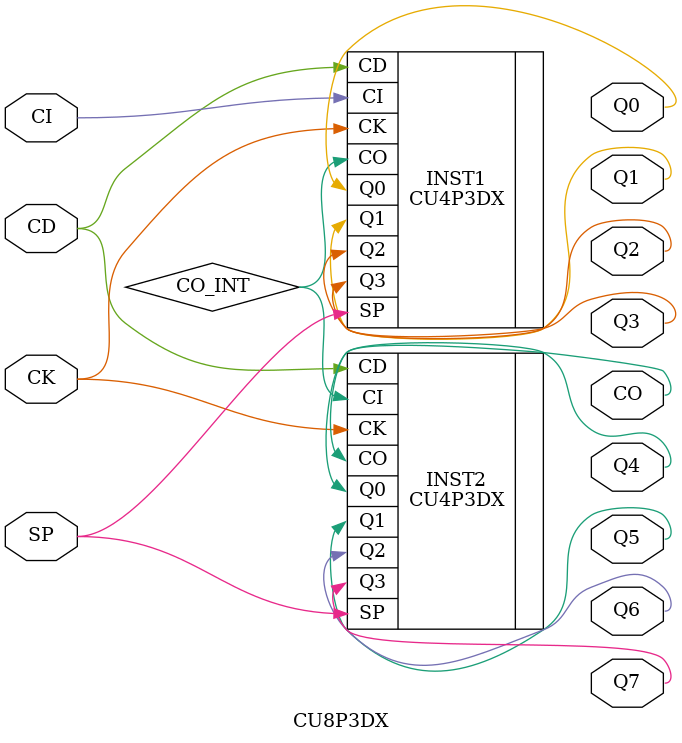
<source format=v>
`resetall
`timescale 1 ns / 100 ps

`celldefine

/* Created by DB2VERILOG Version 1.3.8.0 on Mon Sep 15 13:42:16 1997 */
/* module compiled from "lsl2db 4.4.5 (07/17/96)" run */

module CU8P3DX (CI, SP, CK, CD, CO, Q0, Q1, Q2, Q3, 
       Q4, Q5, Q6, Q7);
parameter DISABLED_GSR = 0;
defparam INST1.DISABLED_GSR = DISABLED_GSR;
defparam INST2.DISABLED_GSR = DISABLED_GSR;
input  CI, SP, CK, CD;
output CO, Q0, Q1, Q2, Q3, Q4, Q5, Q6, Q7;
CU4P3DX INST1 (.CI(CI), .SP(SP), .CK(CK), .CD(CD), .CO(
      CO_INT), .Q0(Q0), .Q1(Q1), .Q2(Q2), .Q3(Q3));
CU4P3DX INST2 (.CI(CO_INT), .SP(SP), .CK(CK), .CD(CD),
      .CO(CO), .Q0(Q4), .Q1(Q5), .Q2(Q6), .Q3(Q7));

endmodule

`endcelldefine

</source>
